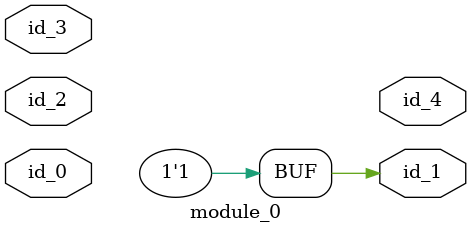
<source format=v>
module module_0 (
    input  id_0,
    output id_1
    , id_4,
    input  id_2,
    input  id_3
);
  assign id_1 = 1;
endmodule

</source>
